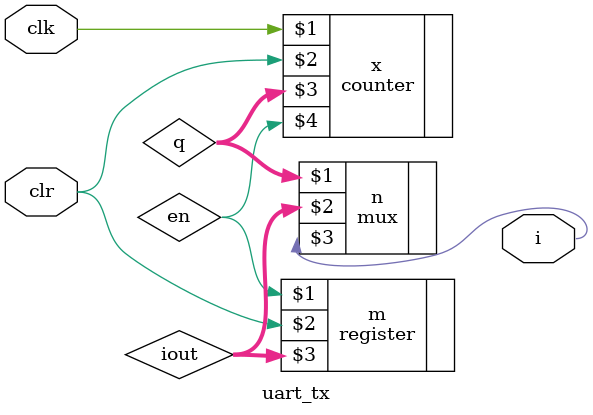
<source format=v>
module uart_tx(input clk,clr,output i);
wire [3:0]q;
wire en;
wire [7:0]iout;
counter x(clk,clr,q,en);
register m(en,clr,iout);
mux n(q,iout,i);
endmodule
</source>
